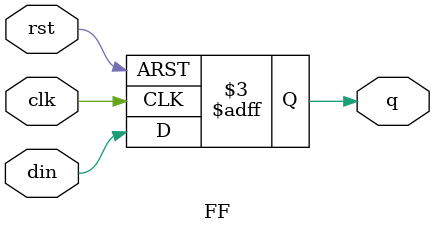
<source format=v>
module FF (
    q, din, clk, rst
);
    input din, clk, rst;
    output reg q;
    
always @(posedge clk or negedge rst) begin
    if (rst == 0) q <= 0;
    else q <= din;
end    


endmodule
</source>
